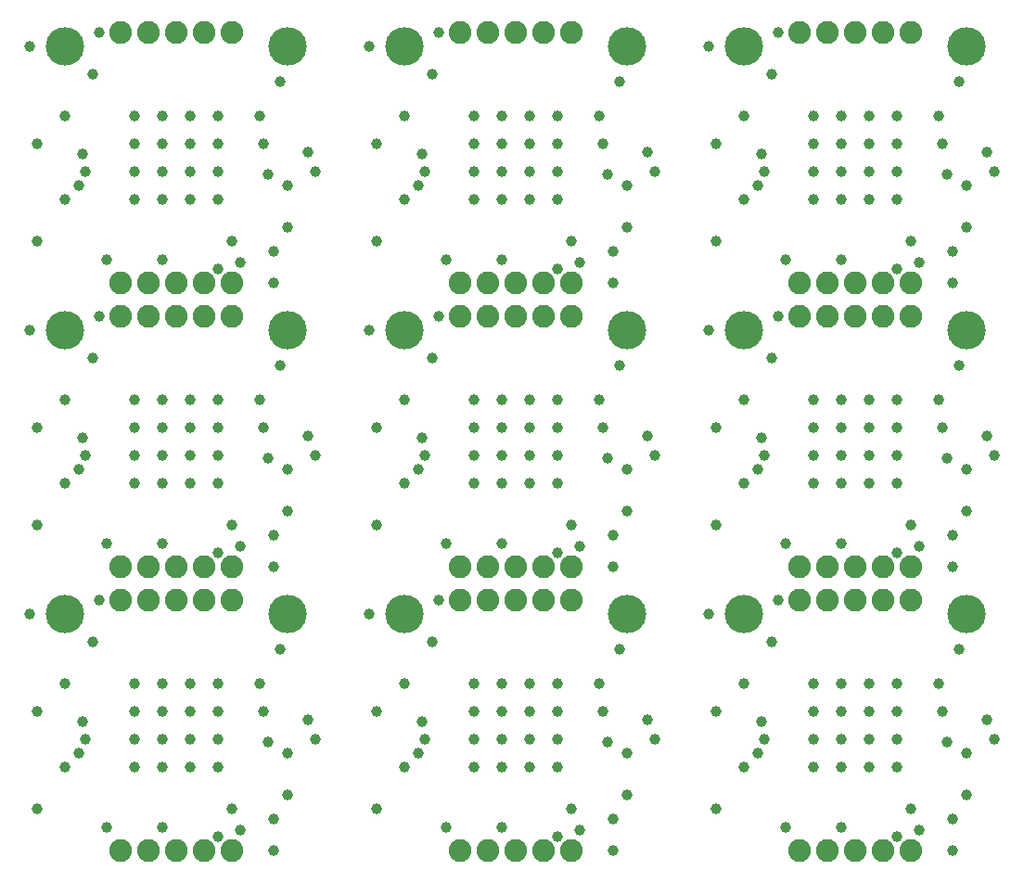
<source format=gbs>
G75*
%MOIN*%
%OFA0B0*%
%FSLAX25Y25*%
%IPPOS*%
%LPD*%
%AMOC8*
5,1,8,0,0,1.08239X$1,22.5*
%
%ADD10C,0.13800*%
%ADD11C,0.08200*%
%ADD12C,0.03900*%
D10*
X0064500Y0151833D03*
X0144500Y0151833D03*
X0186500Y0151833D03*
X0266500Y0151833D03*
X0308500Y0151833D03*
X0388500Y0151833D03*
X0388500Y0253833D03*
X0308500Y0253833D03*
X0266500Y0253833D03*
X0186500Y0253833D03*
X0144500Y0253833D03*
X0064500Y0253833D03*
X0064500Y0355833D03*
X0144500Y0355833D03*
X0186500Y0355833D03*
X0266500Y0355833D03*
X0308500Y0355833D03*
X0388500Y0355833D03*
D11*
X0084500Y0066833D03*
X0094500Y0066833D03*
X0104500Y0066833D03*
X0114500Y0066833D03*
X0124500Y0066833D03*
X0206500Y0066833D03*
X0216500Y0066833D03*
X0226500Y0066833D03*
X0236500Y0066833D03*
X0246500Y0066833D03*
X0328500Y0066833D03*
X0338500Y0066833D03*
X0348500Y0066833D03*
X0358500Y0066833D03*
X0368500Y0066833D03*
X0368500Y0156833D03*
X0358500Y0156833D03*
X0348500Y0156833D03*
X0338500Y0156833D03*
X0328500Y0156833D03*
X0328500Y0168833D03*
X0338500Y0168833D03*
X0348500Y0168833D03*
X0358500Y0168833D03*
X0368500Y0168833D03*
X0368500Y0258833D03*
X0358500Y0258833D03*
X0348500Y0258833D03*
X0338500Y0258833D03*
X0328500Y0258833D03*
X0328500Y0270833D03*
X0338500Y0270833D03*
X0348500Y0270833D03*
X0358500Y0270833D03*
X0368500Y0270833D03*
X0368500Y0360833D03*
X0358500Y0360833D03*
X0348500Y0360833D03*
X0338500Y0360833D03*
X0328500Y0360833D03*
X0246500Y0360833D03*
X0236500Y0360833D03*
X0226500Y0360833D03*
X0216500Y0360833D03*
X0206500Y0360833D03*
X0124500Y0360833D03*
X0114500Y0360833D03*
X0104500Y0360833D03*
X0094500Y0360833D03*
X0084500Y0360833D03*
X0084500Y0270833D03*
X0094500Y0270833D03*
X0104500Y0270833D03*
X0114500Y0270833D03*
X0124500Y0270833D03*
X0124500Y0258833D03*
X0114500Y0258833D03*
X0104500Y0258833D03*
X0094500Y0258833D03*
X0084500Y0258833D03*
X0084500Y0168833D03*
X0094500Y0168833D03*
X0104500Y0168833D03*
X0114500Y0168833D03*
X0124500Y0168833D03*
X0124500Y0156833D03*
X0114500Y0156833D03*
X0104500Y0156833D03*
X0094500Y0156833D03*
X0084500Y0156833D03*
X0206500Y0156833D03*
X0216500Y0156833D03*
X0226500Y0156833D03*
X0236500Y0156833D03*
X0246500Y0156833D03*
X0246500Y0168833D03*
X0236500Y0168833D03*
X0226500Y0168833D03*
X0216500Y0168833D03*
X0206500Y0168833D03*
X0206500Y0258833D03*
X0216500Y0258833D03*
X0226500Y0258833D03*
X0236500Y0258833D03*
X0246500Y0258833D03*
X0246500Y0270833D03*
X0236500Y0270833D03*
X0226500Y0270833D03*
X0216500Y0270833D03*
X0206500Y0270833D03*
D12*
X0201500Y0279333D03*
X0221500Y0279333D03*
X0241500Y0275833D03*
X0249500Y0278333D03*
X0246500Y0285833D03*
X0261500Y0282333D03*
X0266500Y0290833D03*
X0266500Y0305833D03*
X0259500Y0309833D03*
X0258000Y0320833D03*
X0256500Y0330833D03*
X0264000Y0343333D03*
X0241500Y0330833D03*
X0231500Y0330833D03*
X0221500Y0330833D03*
X0211500Y0330833D03*
X0211500Y0320833D03*
X0211500Y0310833D03*
X0221500Y0310833D03*
X0231500Y0310833D03*
X0241500Y0310833D03*
X0241500Y0320833D03*
X0231500Y0320833D03*
X0221500Y0320833D03*
X0221500Y0300833D03*
X0211500Y0300833D03*
X0194000Y0310833D03*
X0191500Y0305833D03*
X0186500Y0300833D03*
X0176500Y0285833D03*
X0144500Y0290833D03*
X0139500Y0282333D03*
X0127500Y0278333D03*
X0124500Y0285833D03*
X0119500Y0275833D03*
X0099500Y0279333D03*
X0079500Y0279333D03*
X0077000Y0258833D03*
X0074500Y0243833D03*
X0064500Y0228833D03*
X0054500Y0218833D03*
X0071000Y0215333D03*
X0072000Y0208833D03*
X0069500Y0203833D03*
X0064500Y0198833D03*
X0054500Y0183833D03*
X0079500Y0177333D03*
X0099500Y0177333D03*
X0119500Y0173833D03*
X0127500Y0176333D03*
X0124500Y0183833D03*
X0139500Y0180333D03*
X0144500Y0188833D03*
X0144500Y0203833D03*
X0137500Y0207833D03*
X0136000Y0218833D03*
X0134500Y0228833D03*
X0142000Y0241333D03*
X0119500Y0228833D03*
X0109500Y0228833D03*
X0099500Y0228833D03*
X0089500Y0228833D03*
X0089500Y0218833D03*
X0089500Y0208833D03*
X0099500Y0208833D03*
X0109500Y0208833D03*
X0119500Y0208833D03*
X0119500Y0218833D03*
X0109500Y0218833D03*
X0099500Y0218833D03*
X0099500Y0198833D03*
X0089500Y0198833D03*
X0109500Y0198833D03*
X0119500Y0198833D03*
X0139500Y0168833D03*
X0142000Y0139333D03*
X0134500Y0126833D03*
X0136000Y0116833D03*
X0137500Y0105833D03*
X0144500Y0101833D03*
X0154500Y0106833D03*
X0152000Y0113833D03*
X0176500Y0116833D03*
X0186500Y0126833D03*
X0196500Y0141833D03*
X0211500Y0126833D03*
X0221500Y0126833D03*
X0231500Y0126833D03*
X0241500Y0126833D03*
X0241500Y0116833D03*
X0241500Y0106833D03*
X0231500Y0106833D03*
X0221500Y0106833D03*
X0211500Y0106833D03*
X0211500Y0116833D03*
X0221500Y0116833D03*
X0231500Y0116833D03*
X0231500Y0096833D03*
X0221500Y0096833D03*
X0211500Y0096833D03*
X0194000Y0106833D03*
X0191500Y0101833D03*
X0186500Y0096833D03*
X0176500Y0081833D03*
X0201500Y0075333D03*
X0221500Y0075333D03*
X0241500Y0071833D03*
X0249500Y0074333D03*
X0246500Y0081833D03*
X0261500Y0078333D03*
X0266500Y0086833D03*
X0266500Y0101833D03*
X0259500Y0105833D03*
X0258000Y0116833D03*
X0256500Y0126833D03*
X0264000Y0139333D03*
X0296000Y0151833D03*
X0318500Y0141833D03*
X0308500Y0126833D03*
X0298500Y0116833D03*
X0315000Y0113333D03*
X0316000Y0106833D03*
X0313500Y0101833D03*
X0308500Y0096833D03*
X0298500Y0081833D03*
X0323500Y0075333D03*
X0343500Y0075333D03*
X0363500Y0071833D03*
X0371500Y0074333D03*
X0368500Y0081833D03*
X0383500Y0078333D03*
X0388500Y0086833D03*
X0388500Y0101833D03*
X0381500Y0105833D03*
X0380000Y0116833D03*
X0378500Y0126833D03*
X0386000Y0139333D03*
X0363500Y0126833D03*
X0353500Y0126833D03*
X0343500Y0126833D03*
X0333500Y0126833D03*
X0333500Y0116833D03*
X0333500Y0106833D03*
X0343500Y0106833D03*
X0353500Y0106833D03*
X0363500Y0106833D03*
X0363500Y0116833D03*
X0353500Y0116833D03*
X0343500Y0116833D03*
X0343500Y0096833D03*
X0353500Y0096833D03*
X0363500Y0096833D03*
X0333500Y0096833D03*
X0383500Y0066833D03*
X0398500Y0106833D03*
X0396000Y0113833D03*
X0383500Y0168833D03*
X0371500Y0176333D03*
X0368500Y0183833D03*
X0363500Y0173833D03*
X0343500Y0177333D03*
X0323500Y0177333D03*
X0321000Y0156833D03*
X0298500Y0183833D03*
X0308500Y0198833D03*
X0313500Y0203833D03*
X0316000Y0208833D03*
X0315000Y0215333D03*
X0298500Y0218833D03*
X0308500Y0228833D03*
X0318500Y0243833D03*
X0333500Y0228833D03*
X0343500Y0228833D03*
X0353500Y0228833D03*
X0363500Y0228833D03*
X0363500Y0218833D03*
X0363500Y0208833D03*
X0353500Y0208833D03*
X0343500Y0208833D03*
X0333500Y0208833D03*
X0333500Y0218833D03*
X0343500Y0218833D03*
X0353500Y0218833D03*
X0353500Y0198833D03*
X0343500Y0198833D03*
X0333500Y0198833D03*
X0363500Y0198833D03*
X0381500Y0207833D03*
X0388500Y0203833D03*
X0398500Y0208833D03*
X0396000Y0215833D03*
X0380000Y0218833D03*
X0378500Y0228833D03*
X0386000Y0241333D03*
X0383500Y0270833D03*
X0371500Y0278333D03*
X0368500Y0285833D03*
X0363500Y0275833D03*
X0343500Y0279333D03*
X0323500Y0279333D03*
X0321000Y0258833D03*
X0296000Y0253833D03*
X0264000Y0241333D03*
X0256500Y0228833D03*
X0258000Y0218833D03*
X0259500Y0207833D03*
X0266500Y0203833D03*
X0276500Y0208833D03*
X0274000Y0215833D03*
X0266500Y0188833D03*
X0261500Y0180333D03*
X0261500Y0168833D03*
X0249500Y0176333D03*
X0241500Y0173833D03*
X0246500Y0183833D03*
X0241500Y0198833D03*
X0231500Y0198833D03*
X0221500Y0198833D03*
X0211500Y0198833D03*
X0211500Y0208833D03*
X0221500Y0208833D03*
X0231500Y0208833D03*
X0241500Y0208833D03*
X0241500Y0218833D03*
X0231500Y0218833D03*
X0221500Y0218833D03*
X0211500Y0218833D03*
X0211500Y0228833D03*
X0221500Y0228833D03*
X0231500Y0228833D03*
X0241500Y0228833D03*
X0199000Y0258833D03*
X0196500Y0243833D03*
X0186500Y0228833D03*
X0176500Y0218833D03*
X0191500Y0203833D03*
X0194000Y0208833D03*
X0193000Y0215333D03*
X0186500Y0198833D03*
X0176500Y0183833D03*
X0201500Y0177333D03*
X0221500Y0177333D03*
X0199000Y0156833D03*
X0174000Y0151833D03*
X0193000Y0113333D03*
X0241500Y0096833D03*
X0274000Y0113833D03*
X0276500Y0106833D03*
X0261500Y0066833D03*
X0144500Y0086833D03*
X0139500Y0078333D03*
X0127500Y0074333D03*
X0124500Y0081833D03*
X0119500Y0071833D03*
X0099500Y0075333D03*
X0079500Y0075333D03*
X0089500Y0096833D03*
X0099500Y0096833D03*
X0109500Y0096833D03*
X0119500Y0096833D03*
X0119500Y0106833D03*
X0109500Y0106833D03*
X0099500Y0106833D03*
X0089500Y0106833D03*
X0089500Y0116833D03*
X0099500Y0116833D03*
X0109500Y0116833D03*
X0119500Y0116833D03*
X0119500Y0126833D03*
X0109500Y0126833D03*
X0099500Y0126833D03*
X0089500Y0126833D03*
X0074500Y0141833D03*
X0064500Y0126833D03*
X0054500Y0116833D03*
X0071000Y0113333D03*
X0072000Y0106833D03*
X0069500Y0101833D03*
X0064500Y0096833D03*
X0054500Y0081833D03*
X0139500Y0066833D03*
X0052000Y0151833D03*
X0077000Y0156833D03*
X0154500Y0208833D03*
X0152000Y0215833D03*
X0174000Y0253833D03*
X0139500Y0270833D03*
X0119500Y0300833D03*
X0109500Y0300833D03*
X0099500Y0300833D03*
X0089500Y0300833D03*
X0089500Y0310833D03*
X0099500Y0310833D03*
X0109500Y0310833D03*
X0119500Y0310833D03*
X0119500Y0320833D03*
X0109500Y0320833D03*
X0099500Y0320833D03*
X0089500Y0320833D03*
X0089500Y0330833D03*
X0099500Y0330833D03*
X0109500Y0330833D03*
X0119500Y0330833D03*
X0134500Y0330833D03*
X0136000Y0320833D03*
X0137500Y0309833D03*
X0144500Y0305833D03*
X0154500Y0310833D03*
X0152000Y0317833D03*
X0176500Y0320833D03*
X0186500Y0330833D03*
X0196500Y0345833D03*
X0199000Y0360833D03*
X0174000Y0355833D03*
X0142000Y0343333D03*
X0193000Y0317333D03*
X0231500Y0300833D03*
X0241500Y0300833D03*
X0274000Y0317833D03*
X0276500Y0310833D03*
X0298500Y0320833D03*
X0308500Y0330833D03*
X0318500Y0345833D03*
X0333500Y0330833D03*
X0343500Y0330833D03*
X0353500Y0330833D03*
X0363500Y0330833D03*
X0363500Y0320833D03*
X0363500Y0310833D03*
X0353500Y0310833D03*
X0343500Y0310833D03*
X0333500Y0310833D03*
X0333500Y0320833D03*
X0343500Y0320833D03*
X0353500Y0320833D03*
X0353500Y0300833D03*
X0343500Y0300833D03*
X0333500Y0300833D03*
X0316000Y0310833D03*
X0313500Y0305833D03*
X0308500Y0300833D03*
X0298500Y0285833D03*
X0315000Y0317333D03*
X0363500Y0300833D03*
X0381500Y0309833D03*
X0388500Y0305833D03*
X0398500Y0310833D03*
X0396000Y0317833D03*
X0380000Y0320833D03*
X0378500Y0330833D03*
X0386000Y0343333D03*
X0388500Y0290833D03*
X0383500Y0282333D03*
X0296000Y0355833D03*
X0321000Y0360833D03*
X0261500Y0270833D03*
X0383500Y0180333D03*
X0388500Y0188833D03*
X0074500Y0345833D03*
X0064500Y0330833D03*
X0054500Y0320833D03*
X0071000Y0317333D03*
X0072000Y0310833D03*
X0069500Y0305833D03*
X0064500Y0300833D03*
X0054500Y0285833D03*
X0052000Y0253833D03*
X0052000Y0355833D03*
X0077000Y0360833D03*
M02*

</source>
